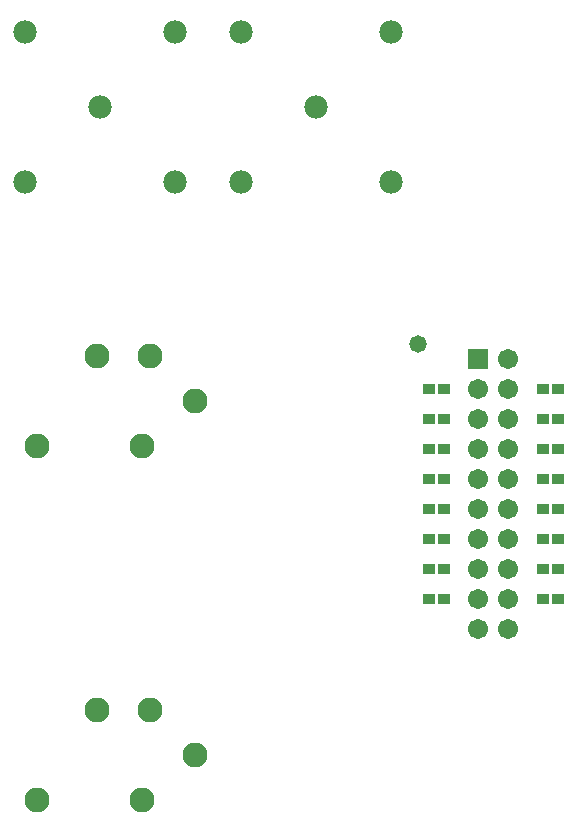
<source format=gts>
%FSLAX24Y24*%
%MOIN*%
G70*
G01*
G75*
G04 Layer_Color=8388736*
G04 Layer_Color=8388736*
%ADD10R,0.0354X0.0276*%
%ADD11C,0.0160*%
%ADD12C,0.0100*%
%ADD13C,0.0591*%
%ADD14C,0.0750*%
%ADD15C,0.0700*%
%ADD16R,0.0591X0.0591*%
%ADD17C,0.0500*%
%ADD18C,0.0080*%
%ADD19C,0.0079*%
%ADD20C,0.0070*%
%ADD21R,0.0434X0.0356*%
%ADD22C,0.0671*%
%ADD23C,0.0830*%
%ADD24C,0.0780*%
%ADD25R,0.0671X0.0671*%
%ADD26C,0.0580*%
D21*
X35144Y56400D02*
D03*
X35656D02*
D03*
X38944D02*
D03*
X39456D02*
D03*
X35144Y55400D02*
D03*
X35656D02*
D03*
X38944D02*
D03*
X39456D02*
D03*
X35144Y54400D02*
D03*
X35656D02*
D03*
X38944D02*
D03*
X39456D02*
D03*
X35144Y53400D02*
D03*
X35656D02*
D03*
X38944D02*
D03*
X39456D02*
D03*
X35144Y52400D02*
D03*
X35656D02*
D03*
X38944D02*
D03*
X39456D02*
D03*
X35144Y51400D02*
D03*
X35656D02*
D03*
X38944D02*
D03*
X39456D02*
D03*
X35144Y50400D02*
D03*
X35656D02*
D03*
X38944D02*
D03*
X39456D02*
D03*
X35144Y49400D02*
D03*
X35656D02*
D03*
X38944D02*
D03*
X39456D02*
D03*
D22*
X37800D02*
D03*
X36800D02*
D03*
X37800Y50400D02*
D03*
X36800D02*
D03*
X37800Y51400D02*
D03*
X36800D02*
D03*
X37800Y52400D02*
D03*
X36800D02*
D03*
X37800Y53400D02*
D03*
X36800D02*
D03*
X37800Y54400D02*
D03*
X36800D02*
D03*
X37800Y55400D02*
D03*
X36800D02*
D03*
X37800Y56400D02*
D03*
X36800D02*
D03*
X37800Y48400D02*
D03*
X36800D02*
D03*
X37800Y57400D02*
D03*
D23*
X27350Y44200D02*
D03*
X25850Y45700D02*
D03*
X27350Y56000D02*
D03*
X25850Y57500D02*
D03*
X24100Y45700D02*
D03*
X22100Y42700D02*
D03*
X25600D02*
D03*
X24100Y57500D02*
D03*
X22100Y54500D02*
D03*
X25600D02*
D03*
D24*
X24200Y65800D02*
D03*
X31400D02*
D03*
X26700Y63300D02*
D03*
X21700D02*
D03*
Y68300D02*
D03*
X26700D02*
D03*
X33900Y63300D02*
D03*
X28900D02*
D03*
Y68300D02*
D03*
X33900D02*
D03*
D25*
X36800Y57400D02*
D03*
D26*
X34800Y57900D02*
D03*
M02*

</source>
